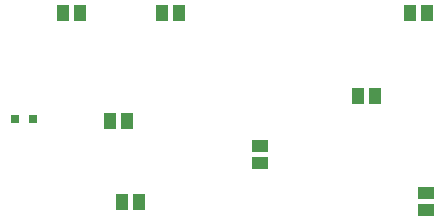
<source format=gtp>
G04*
G04 #@! TF.GenerationSoftware,Altium Limited,Altium Designer,24.1.2 (44)*
G04*
G04 Layer_Color=8421504*
%FSLAX44Y44*%
%MOMM*%
G71*
G04*
G04 #@! TF.SameCoordinates,4DB1EA52-69EA-4262-BFD2-8653D691B8C7*
G04*
G04*
G04 #@! TF.FilePolarity,Positive*
G04*
G01*
G75*
%ADD15R,1.3562X1.0546*%
%ADD16R,1.0546X1.3562*%
%ADD17R,0.8000X0.8000*%
D15*
X480000Y102742D02*
D03*
Y117258D02*
D03*
X340000Y157258D02*
D03*
Y142742D02*
D03*
D16*
X271258Y270000D02*
D03*
X256742D02*
D03*
X422500Y200000D02*
D03*
X437016D02*
D03*
X466742Y270000D02*
D03*
X481258D02*
D03*
X222742Y110000D02*
D03*
X237258D02*
D03*
X212742Y178500D02*
D03*
X227258D02*
D03*
X187258Y270000D02*
D03*
X172742D02*
D03*
D17*
X132500Y180000D02*
D03*
X147500D02*
D03*
M02*

</source>
